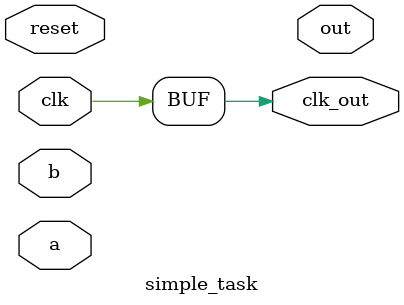
<source format=v>
module simple_task (
    clk,
    reset,
    a,
    b,    
    out,
    clk_out
    );

    input   clk;
    input   reset;
    input   [1:0] a,b;

    output  [2:0] out;
    output  clk_out;

    assign clk_out = clk;

always @(posedge clk)
begin
 my_task( reset, out, a, b);
end

task my_task(  input [1:0] x,y, input rst, output [2:0] z );


  begin 
    case(rst)
      1'b0:       z <= x + y;
      default:    z <= 1'b0;
    endcase
  end  
endtask


endmodule

</source>
